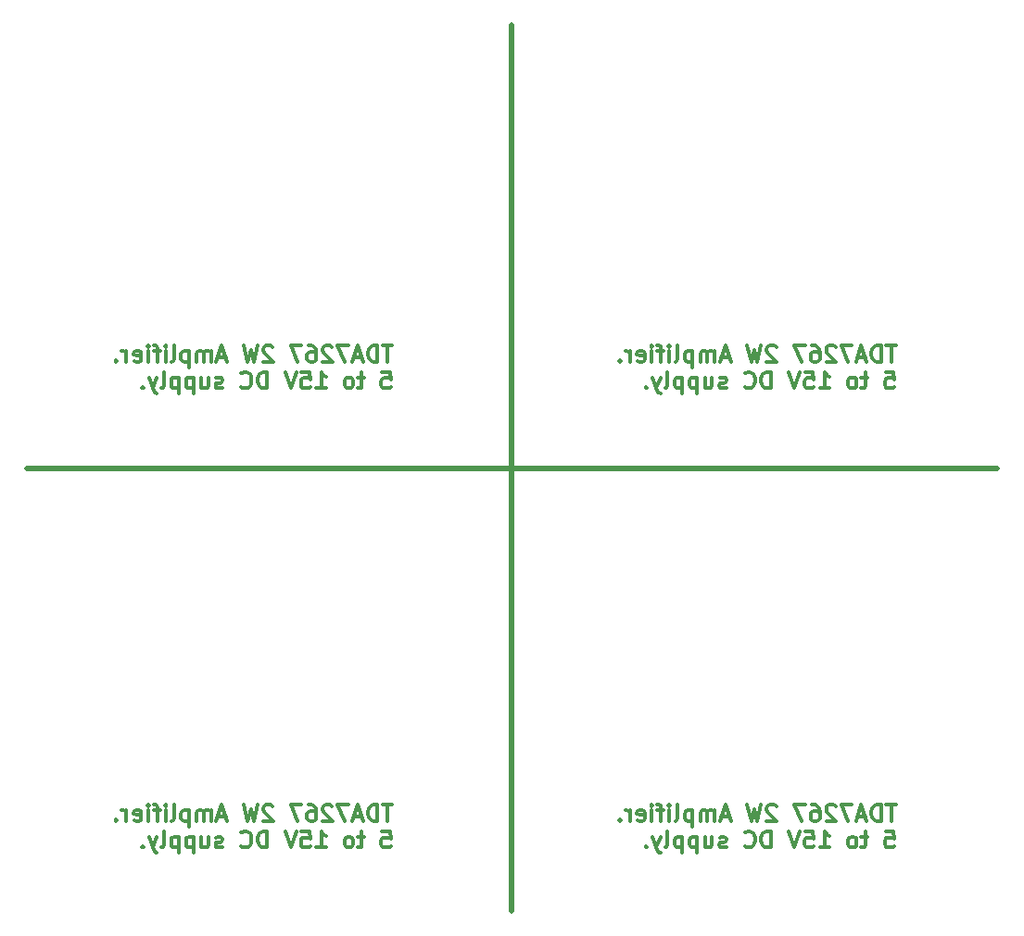
<source format=gbr>
%TF.GenerationSoftware,KiCad,Pcbnew,9.0.4*%
%TF.CreationDate,2025-08-29T10:03:57+02:00*%
%TF.ProjectId,TDA7267_2x2_panel,54444137-3236-4375-9f32-78325f70616e,rev?*%
%TF.SameCoordinates,Original*%
%TF.FileFunction,Legend,Bot*%
%TF.FilePolarity,Positive*%
%FSLAX46Y46*%
G04 Gerber Fmt 4.6, Leading zero omitted, Abs format (unit mm)*
G04 Created by KiCad (PCBNEW 9.0.4) date 2025-08-29 10:03:57*
%MOMM*%
%LPD*%
G01*
G04 APERTURE LIST*
%ADD10C,0.500000*%
%ADD11C,0.300000*%
G04 APERTURE END LIST*
D10*
X72200000Y-69500000D02*
X160800000Y-69500000D01*
X116500000Y-29000000D02*
X116500000Y-110000000D01*
D11*
X151559774Y-100285912D02*
X150702632Y-100285912D01*
X151131203Y-101785912D02*
X151131203Y-100285912D01*
X150202632Y-101785912D02*
X150202632Y-100285912D01*
X150202632Y-100285912D02*
X149845489Y-100285912D01*
X149845489Y-100285912D02*
X149631203Y-100357341D01*
X149631203Y-100357341D02*
X149488346Y-100500198D01*
X149488346Y-100500198D02*
X149416917Y-100643055D01*
X149416917Y-100643055D02*
X149345489Y-100928769D01*
X149345489Y-100928769D02*
X149345489Y-101143055D01*
X149345489Y-101143055D02*
X149416917Y-101428769D01*
X149416917Y-101428769D02*
X149488346Y-101571626D01*
X149488346Y-101571626D02*
X149631203Y-101714484D01*
X149631203Y-101714484D02*
X149845489Y-101785912D01*
X149845489Y-101785912D02*
X150202632Y-101785912D01*
X148774060Y-101357341D02*
X148059775Y-101357341D01*
X148916917Y-101785912D02*
X148416917Y-100285912D01*
X148416917Y-100285912D02*
X147916917Y-101785912D01*
X147559775Y-100285912D02*
X146559775Y-100285912D01*
X146559775Y-100285912D02*
X147202632Y-101785912D01*
X146059775Y-100428769D02*
X145988347Y-100357341D01*
X145988347Y-100357341D02*
X145845490Y-100285912D01*
X145845490Y-100285912D02*
X145488347Y-100285912D01*
X145488347Y-100285912D02*
X145345490Y-100357341D01*
X145345490Y-100357341D02*
X145274061Y-100428769D01*
X145274061Y-100428769D02*
X145202632Y-100571626D01*
X145202632Y-100571626D02*
X145202632Y-100714484D01*
X145202632Y-100714484D02*
X145274061Y-100928769D01*
X145274061Y-100928769D02*
X146131204Y-101785912D01*
X146131204Y-101785912D02*
X145202632Y-101785912D01*
X143916919Y-100285912D02*
X144202633Y-100285912D01*
X144202633Y-100285912D02*
X144345490Y-100357341D01*
X144345490Y-100357341D02*
X144416919Y-100428769D01*
X144416919Y-100428769D02*
X144559776Y-100643055D01*
X144559776Y-100643055D02*
X144631204Y-100928769D01*
X144631204Y-100928769D02*
X144631204Y-101500198D01*
X144631204Y-101500198D02*
X144559776Y-101643055D01*
X144559776Y-101643055D02*
X144488347Y-101714484D01*
X144488347Y-101714484D02*
X144345490Y-101785912D01*
X144345490Y-101785912D02*
X144059776Y-101785912D01*
X144059776Y-101785912D02*
X143916919Y-101714484D01*
X143916919Y-101714484D02*
X143845490Y-101643055D01*
X143845490Y-101643055D02*
X143774061Y-101500198D01*
X143774061Y-101500198D02*
X143774061Y-101143055D01*
X143774061Y-101143055D02*
X143845490Y-101000198D01*
X143845490Y-101000198D02*
X143916919Y-100928769D01*
X143916919Y-100928769D02*
X144059776Y-100857341D01*
X144059776Y-100857341D02*
X144345490Y-100857341D01*
X144345490Y-100857341D02*
X144488347Y-100928769D01*
X144488347Y-100928769D02*
X144559776Y-101000198D01*
X144559776Y-101000198D02*
X144631204Y-101143055D01*
X143274062Y-100285912D02*
X142274062Y-100285912D01*
X142274062Y-100285912D02*
X142916919Y-101785912D01*
X140631205Y-100428769D02*
X140559777Y-100357341D01*
X140559777Y-100357341D02*
X140416920Y-100285912D01*
X140416920Y-100285912D02*
X140059777Y-100285912D01*
X140059777Y-100285912D02*
X139916920Y-100357341D01*
X139916920Y-100357341D02*
X139845491Y-100428769D01*
X139845491Y-100428769D02*
X139774062Y-100571626D01*
X139774062Y-100571626D02*
X139774062Y-100714484D01*
X139774062Y-100714484D02*
X139845491Y-100928769D01*
X139845491Y-100928769D02*
X140702634Y-101785912D01*
X140702634Y-101785912D02*
X139774062Y-101785912D01*
X139274063Y-100285912D02*
X138916920Y-101785912D01*
X138916920Y-101785912D02*
X138631206Y-100714484D01*
X138631206Y-100714484D02*
X138345491Y-101785912D01*
X138345491Y-101785912D02*
X137988349Y-100285912D01*
X136345491Y-101357341D02*
X135631206Y-101357341D01*
X136488348Y-101785912D02*
X135988348Y-100285912D01*
X135988348Y-100285912D02*
X135488348Y-101785912D01*
X134988349Y-101785912D02*
X134988349Y-100785912D01*
X134988349Y-100928769D02*
X134916920Y-100857341D01*
X134916920Y-100857341D02*
X134774063Y-100785912D01*
X134774063Y-100785912D02*
X134559777Y-100785912D01*
X134559777Y-100785912D02*
X134416920Y-100857341D01*
X134416920Y-100857341D02*
X134345492Y-101000198D01*
X134345492Y-101000198D02*
X134345492Y-101785912D01*
X134345492Y-101000198D02*
X134274063Y-100857341D01*
X134274063Y-100857341D02*
X134131206Y-100785912D01*
X134131206Y-100785912D02*
X133916920Y-100785912D01*
X133916920Y-100785912D02*
X133774063Y-100857341D01*
X133774063Y-100857341D02*
X133702634Y-101000198D01*
X133702634Y-101000198D02*
X133702634Y-101785912D01*
X132988349Y-100785912D02*
X132988349Y-102285912D01*
X132988349Y-100857341D02*
X132845492Y-100785912D01*
X132845492Y-100785912D02*
X132559777Y-100785912D01*
X132559777Y-100785912D02*
X132416920Y-100857341D01*
X132416920Y-100857341D02*
X132345492Y-100928769D01*
X132345492Y-100928769D02*
X132274063Y-101071626D01*
X132274063Y-101071626D02*
X132274063Y-101500198D01*
X132274063Y-101500198D02*
X132345492Y-101643055D01*
X132345492Y-101643055D02*
X132416920Y-101714484D01*
X132416920Y-101714484D02*
X132559777Y-101785912D01*
X132559777Y-101785912D02*
X132845492Y-101785912D01*
X132845492Y-101785912D02*
X132988349Y-101714484D01*
X131416920Y-101785912D02*
X131559777Y-101714484D01*
X131559777Y-101714484D02*
X131631206Y-101571626D01*
X131631206Y-101571626D02*
X131631206Y-100285912D01*
X130845492Y-101785912D02*
X130845492Y-100785912D01*
X130845492Y-100285912D02*
X130916920Y-100357341D01*
X130916920Y-100357341D02*
X130845492Y-100428769D01*
X130845492Y-100428769D02*
X130774063Y-100357341D01*
X130774063Y-100357341D02*
X130845492Y-100285912D01*
X130845492Y-100285912D02*
X130845492Y-100428769D01*
X130345491Y-100785912D02*
X129774063Y-100785912D01*
X130131206Y-101785912D02*
X130131206Y-100500198D01*
X130131206Y-100500198D02*
X130059777Y-100357341D01*
X130059777Y-100357341D02*
X129916920Y-100285912D01*
X129916920Y-100285912D02*
X129774063Y-100285912D01*
X129274063Y-101785912D02*
X129274063Y-100785912D01*
X129274063Y-100285912D02*
X129345491Y-100357341D01*
X129345491Y-100357341D02*
X129274063Y-100428769D01*
X129274063Y-100428769D02*
X129202634Y-100357341D01*
X129202634Y-100357341D02*
X129274063Y-100285912D01*
X129274063Y-100285912D02*
X129274063Y-100428769D01*
X127988348Y-101714484D02*
X128131205Y-101785912D01*
X128131205Y-101785912D02*
X128416920Y-101785912D01*
X128416920Y-101785912D02*
X128559777Y-101714484D01*
X128559777Y-101714484D02*
X128631205Y-101571626D01*
X128631205Y-101571626D02*
X128631205Y-101000198D01*
X128631205Y-101000198D02*
X128559777Y-100857341D01*
X128559777Y-100857341D02*
X128416920Y-100785912D01*
X128416920Y-100785912D02*
X128131205Y-100785912D01*
X128131205Y-100785912D02*
X127988348Y-100857341D01*
X127988348Y-100857341D02*
X127916920Y-101000198D01*
X127916920Y-101000198D02*
X127916920Y-101143055D01*
X127916920Y-101143055D02*
X128631205Y-101285912D01*
X127274063Y-101785912D02*
X127274063Y-100785912D01*
X127274063Y-101071626D02*
X127202634Y-100928769D01*
X127202634Y-100928769D02*
X127131206Y-100857341D01*
X127131206Y-100857341D02*
X126988348Y-100785912D01*
X126988348Y-100785912D02*
X126845491Y-100785912D01*
X126345492Y-101643055D02*
X126274063Y-101714484D01*
X126274063Y-101714484D02*
X126345492Y-101785912D01*
X126345492Y-101785912D02*
X126416920Y-101714484D01*
X126416920Y-101714484D02*
X126345492Y-101643055D01*
X126345492Y-101643055D02*
X126345492Y-101785912D01*
X150631203Y-102700828D02*
X151345489Y-102700828D01*
X151345489Y-102700828D02*
X151416917Y-103415114D01*
X151416917Y-103415114D02*
X151345489Y-103343685D01*
X151345489Y-103343685D02*
X151202632Y-103272257D01*
X151202632Y-103272257D02*
X150845489Y-103272257D01*
X150845489Y-103272257D02*
X150702632Y-103343685D01*
X150702632Y-103343685D02*
X150631203Y-103415114D01*
X150631203Y-103415114D02*
X150559774Y-103557971D01*
X150559774Y-103557971D02*
X150559774Y-103915114D01*
X150559774Y-103915114D02*
X150631203Y-104057971D01*
X150631203Y-104057971D02*
X150702632Y-104129400D01*
X150702632Y-104129400D02*
X150845489Y-104200828D01*
X150845489Y-104200828D02*
X151202632Y-104200828D01*
X151202632Y-104200828D02*
X151345489Y-104129400D01*
X151345489Y-104129400D02*
X151416917Y-104057971D01*
X148988346Y-103200828D02*
X148416918Y-103200828D01*
X148774061Y-102700828D02*
X148774061Y-103986542D01*
X148774061Y-103986542D02*
X148702632Y-104129400D01*
X148702632Y-104129400D02*
X148559775Y-104200828D01*
X148559775Y-104200828D02*
X148416918Y-104200828D01*
X147702632Y-104200828D02*
X147845489Y-104129400D01*
X147845489Y-104129400D02*
X147916918Y-104057971D01*
X147916918Y-104057971D02*
X147988346Y-103915114D01*
X147988346Y-103915114D02*
X147988346Y-103486542D01*
X147988346Y-103486542D02*
X147916918Y-103343685D01*
X147916918Y-103343685D02*
X147845489Y-103272257D01*
X147845489Y-103272257D02*
X147702632Y-103200828D01*
X147702632Y-103200828D02*
X147488346Y-103200828D01*
X147488346Y-103200828D02*
X147345489Y-103272257D01*
X147345489Y-103272257D02*
X147274061Y-103343685D01*
X147274061Y-103343685D02*
X147202632Y-103486542D01*
X147202632Y-103486542D02*
X147202632Y-103915114D01*
X147202632Y-103915114D02*
X147274061Y-104057971D01*
X147274061Y-104057971D02*
X147345489Y-104129400D01*
X147345489Y-104129400D02*
X147488346Y-104200828D01*
X147488346Y-104200828D02*
X147702632Y-104200828D01*
X144631203Y-104200828D02*
X145488346Y-104200828D01*
X145059775Y-104200828D02*
X145059775Y-102700828D01*
X145059775Y-102700828D02*
X145202632Y-102915114D01*
X145202632Y-102915114D02*
X145345489Y-103057971D01*
X145345489Y-103057971D02*
X145488346Y-103129400D01*
X143274061Y-102700828D02*
X143988347Y-102700828D01*
X143988347Y-102700828D02*
X144059775Y-103415114D01*
X144059775Y-103415114D02*
X143988347Y-103343685D01*
X143988347Y-103343685D02*
X143845490Y-103272257D01*
X143845490Y-103272257D02*
X143488347Y-103272257D01*
X143488347Y-103272257D02*
X143345490Y-103343685D01*
X143345490Y-103343685D02*
X143274061Y-103415114D01*
X143274061Y-103415114D02*
X143202632Y-103557971D01*
X143202632Y-103557971D02*
X143202632Y-103915114D01*
X143202632Y-103915114D02*
X143274061Y-104057971D01*
X143274061Y-104057971D02*
X143345490Y-104129400D01*
X143345490Y-104129400D02*
X143488347Y-104200828D01*
X143488347Y-104200828D02*
X143845490Y-104200828D01*
X143845490Y-104200828D02*
X143988347Y-104129400D01*
X143988347Y-104129400D02*
X144059775Y-104057971D01*
X142774061Y-102700828D02*
X142274061Y-104200828D01*
X142274061Y-104200828D02*
X141774061Y-102700828D01*
X140131205Y-104200828D02*
X140131205Y-102700828D01*
X140131205Y-102700828D02*
X139774062Y-102700828D01*
X139774062Y-102700828D02*
X139559776Y-102772257D01*
X139559776Y-102772257D02*
X139416919Y-102915114D01*
X139416919Y-102915114D02*
X139345490Y-103057971D01*
X139345490Y-103057971D02*
X139274062Y-103343685D01*
X139274062Y-103343685D02*
X139274062Y-103557971D01*
X139274062Y-103557971D02*
X139345490Y-103843685D01*
X139345490Y-103843685D02*
X139416919Y-103986542D01*
X139416919Y-103986542D02*
X139559776Y-104129400D01*
X139559776Y-104129400D02*
X139774062Y-104200828D01*
X139774062Y-104200828D02*
X140131205Y-104200828D01*
X137774062Y-104057971D02*
X137845490Y-104129400D01*
X137845490Y-104129400D02*
X138059776Y-104200828D01*
X138059776Y-104200828D02*
X138202633Y-104200828D01*
X138202633Y-104200828D02*
X138416919Y-104129400D01*
X138416919Y-104129400D02*
X138559776Y-103986542D01*
X138559776Y-103986542D02*
X138631205Y-103843685D01*
X138631205Y-103843685D02*
X138702633Y-103557971D01*
X138702633Y-103557971D02*
X138702633Y-103343685D01*
X138702633Y-103343685D02*
X138631205Y-103057971D01*
X138631205Y-103057971D02*
X138559776Y-102915114D01*
X138559776Y-102915114D02*
X138416919Y-102772257D01*
X138416919Y-102772257D02*
X138202633Y-102700828D01*
X138202633Y-102700828D02*
X138059776Y-102700828D01*
X138059776Y-102700828D02*
X137845490Y-102772257D01*
X137845490Y-102772257D02*
X137774062Y-102843685D01*
X136059776Y-104129400D02*
X135916919Y-104200828D01*
X135916919Y-104200828D02*
X135631205Y-104200828D01*
X135631205Y-104200828D02*
X135488348Y-104129400D01*
X135488348Y-104129400D02*
X135416919Y-103986542D01*
X135416919Y-103986542D02*
X135416919Y-103915114D01*
X135416919Y-103915114D02*
X135488348Y-103772257D01*
X135488348Y-103772257D02*
X135631205Y-103700828D01*
X135631205Y-103700828D02*
X135845491Y-103700828D01*
X135845491Y-103700828D02*
X135988348Y-103629400D01*
X135988348Y-103629400D02*
X136059776Y-103486542D01*
X136059776Y-103486542D02*
X136059776Y-103415114D01*
X136059776Y-103415114D02*
X135988348Y-103272257D01*
X135988348Y-103272257D02*
X135845491Y-103200828D01*
X135845491Y-103200828D02*
X135631205Y-103200828D01*
X135631205Y-103200828D02*
X135488348Y-103272257D01*
X134131205Y-103200828D02*
X134131205Y-104200828D01*
X134774062Y-103200828D02*
X134774062Y-103986542D01*
X134774062Y-103986542D02*
X134702633Y-104129400D01*
X134702633Y-104129400D02*
X134559776Y-104200828D01*
X134559776Y-104200828D02*
X134345490Y-104200828D01*
X134345490Y-104200828D02*
X134202633Y-104129400D01*
X134202633Y-104129400D02*
X134131205Y-104057971D01*
X133416919Y-103200828D02*
X133416919Y-104700828D01*
X133416919Y-103272257D02*
X133274062Y-103200828D01*
X133274062Y-103200828D02*
X132988347Y-103200828D01*
X132988347Y-103200828D02*
X132845490Y-103272257D01*
X132845490Y-103272257D02*
X132774062Y-103343685D01*
X132774062Y-103343685D02*
X132702633Y-103486542D01*
X132702633Y-103486542D02*
X132702633Y-103915114D01*
X132702633Y-103915114D02*
X132774062Y-104057971D01*
X132774062Y-104057971D02*
X132845490Y-104129400D01*
X132845490Y-104129400D02*
X132988347Y-104200828D01*
X132988347Y-104200828D02*
X133274062Y-104200828D01*
X133274062Y-104200828D02*
X133416919Y-104129400D01*
X132059776Y-103200828D02*
X132059776Y-104700828D01*
X132059776Y-103272257D02*
X131916919Y-103200828D01*
X131916919Y-103200828D02*
X131631204Y-103200828D01*
X131631204Y-103200828D02*
X131488347Y-103272257D01*
X131488347Y-103272257D02*
X131416919Y-103343685D01*
X131416919Y-103343685D02*
X131345490Y-103486542D01*
X131345490Y-103486542D02*
X131345490Y-103915114D01*
X131345490Y-103915114D02*
X131416919Y-104057971D01*
X131416919Y-104057971D02*
X131488347Y-104129400D01*
X131488347Y-104129400D02*
X131631204Y-104200828D01*
X131631204Y-104200828D02*
X131916919Y-104200828D01*
X131916919Y-104200828D02*
X132059776Y-104129400D01*
X130488347Y-104200828D02*
X130631204Y-104129400D01*
X130631204Y-104129400D02*
X130702633Y-103986542D01*
X130702633Y-103986542D02*
X130702633Y-102700828D01*
X130059776Y-103200828D02*
X129702633Y-104200828D01*
X129345490Y-103200828D02*
X129702633Y-104200828D01*
X129702633Y-104200828D02*
X129845490Y-104557971D01*
X129845490Y-104557971D02*
X129916919Y-104629400D01*
X129916919Y-104629400D02*
X130059776Y-104700828D01*
X128774062Y-104057971D02*
X128702633Y-104129400D01*
X128702633Y-104129400D02*
X128774062Y-104200828D01*
X128774062Y-104200828D02*
X128845490Y-104129400D01*
X128845490Y-104129400D02*
X128774062Y-104057971D01*
X128774062Y-104057971D02*
X128774062Y-104200828D01*
X105559774Y-100285912D02*
X104702632Y-100285912D01*
X105131203Y-101785912D02*
X105131203Y-100285912D01*
X104202632Y-101785912D02*
X104202632Y-100285912D01*
X104202632Y-100285912D02*
X103845489Y-100285912D01*
X103845489Y-100285912D02*
X103631203Y-100357341D01*
X103631203Y-100357341D02*
X103488346Y-100500198D01*
X103488346Y-100500198D02*
X103416917Y-100643055D01*
X103416917Y-100643055D02*
X103345489Y-100928769D01*
X103345489Y-100928769D02*
X103345489Y-101143055D01*
X103345489Y-101143055D02*
X103416917Y-101428769D01*
X103416917Y-101428769D02*
X103488346Y-101571626D01*
X103488346Y-101571626D02*
X103631203Y-101714484D01*
X103631203Y-101714484D02*
X103845489Y-101785912D01*
X103845489Y-101785912D02*
X104202632Y-101785912D01*
X102774060Y-101357341D02*
X102059775Y-101357341D01*
X102916917Y-101785912D02*
X102416917Y-100285912D01*
X102416917Y-100285912D02*
X101916917Y-101785912D01*
X101559775Y-100285912D02*
X100559775Y-100285912D01*
X100559775Y-100285912D02*
X101202632Y-101785912D01*
X100059775Y-100428769D02*
X99988347Y-100357341D01*
X99988347Y-100357341D02*
X99845490Y-100285912D01*
X99845490Y-100285912D02*
X99488347Y-100285912D01*
X99488347Y-100285912D02*
X99345490Y-100357341D01*
X99345490Y-100357341D02*
X99274061Y-100428769D01*
X99274061Y-100428769D02*
X99202632Y-100571626D01*
X99202632Y-100571626D02*
X99202632Y-100714484D01*
X99202632Y-100714484D02*
X99274061Y-100928769D01*
X99274061Y-100928769D02*
X100131204Y-101785912D01*
X100131204Y-101785912D02*
X99202632Y-101785912D01*
X97916919Y-100285912D02*
X98202633Y-100285912D01*
X98202633Y-100285912D02*
X98345490Y-100357341D01*
X98345490Y-100357341D02*
X98416919Y-100428769D01*
X98416919Y-100428769D02*
X98559776Y-100643055D01*
X98559776Y-100643055D02*
X98631204Y-100928769D01*
X98631204Y-100928769D02*
X98631204Y-101500198D01*
X98631204Y-101500198D02*
X98559776Y-101643055D01*
X98559776Y-101643055D02*
X98488347Y-101714484D01*
X98488347Y-101714484D02*
X98345490Y-101785912D01*
X98345490Y-101785912D02*
X98059776Y-101785912D01*
X98059776Y-101785912D02*
X97916919Y-101714484D01*
X97916919Y-101714484D02*
X97845490Y-101643055D01*
X97845490Y-101643055D02*
X97774061Y-101500198D01*
X97774061Y-101500198D02*
X97774061Y-101143055D01*
X97774061Y-101143055D02*
X97845490Y-101000198D01*
X97845490Y-101000198D02*
X97916919Y-100928769D01*
X97916919Y-100928769D02*
X98059776Y-100857341D01*
X98059776Y-100857341D02*
X98345490Y-100857341D01*
X98345490Y-100857341D02*
X98488347Y-100928769D01*
X98488347Y-100928769D02*
X98559776Y-101000198D01*
X98559776Y-101000198D02*
X98631204Y-101143055D01*
X97274062Y-100285912D02*
X96274062Y-100285912D01*
X96274062Y-100285912D02*
X96916919Y-101785912D01*
X94631205Y-100428769D02*
X94559777Y-100357341D01*
X94559777Y-100357341D02*
X94416920Y-100285912D01*
X94416920Y-100285912D02*
X94059777Y-100285912D01*
X94059777Y-100285912D02*
X93916920Y-100357341D01*
X93916920Y-100357341D02*
X93845491Y-100428769D01*
X93845491Y-100428769D02*
X93774062Y-100571626D01*
X93774062Y-100571626D02*
X93774062Y-100714484D01*
X93774062Y-100714484D02*
X93845491Y-100928769D01*
X93845491Y-100928769D02*
X94702634Y-101785912D01*
X94702634Y-101785912D02*
X93774062Y-101785912D01*
X93274063Y-100285912D02*
X92916920Y-101785912D01*
X92916920Y-101785912D02*
X92631206Y-100714484D01*
X92631206Y-100714484D02*
X92345491Y-101785912D01*
X92345491Y-101785912D02*
X91988349Y-100285912D01*
X90345491Y-101357341D02*
X89631206Y-101357341D01*
X90488348Y-101785912D02*
X89988348Y-100285912D01*
X89988348Y-100285912D02*
X89488348Y-101785912D01*
X88988349Y-101785912D02*
X88988349Y-100785912D01*
X88988349Y-100928769D02*
X88916920Y-100857341D01*
X88916920Y-100857341D02*
X88774063Y-100785912D01*
X88774063Y-100785912D02*
X88559777Y-100785912D01*
X88559777Y-100785912D02*
X88416920Y-100857341D01*
X88416920Y-100857341D02*
X88345492Y-101000198D01*
X88345492Y-101000198D02*
X88345492Y-101785912D01*
X88345492Y-101000198D02*
X88274063Y-100857341D01*
X88274063Y-100857341D02*
X88131206Y-100785912D01*
X88131206Y-100785912D02*
X87916920Y-100785912D01*
X87916920Y-100785912D02*
X87774063Y-100857341D01*
X87774063Y-100857341D02*
X87702634Y-101000198D01*
X87702634Y-101000198D02*
X87702634Y-101785912D01*
X86988349Y-100785912D02*
X86988349Y-102285912D01*
X86988349Y-100857341D02*
X86845492Y-100785912D01*
X86845492Y-100785912D02*
X86559777Y-100785912D01*
X86559777Y-100785912D02*
X86416920Y-100857341D01*
X86416920Y-100857341D02*
X86345492Y-100928769D01*
X86345492Y-100928769D02*
X86274063Y-101071626D01*
X86274063Y-101071626D02*
X86274063Y-101500198D01*
X86274063Y-101500198D02*
X86345492Y-101643055D01*
X86345492Y-101643055D02*
X86416920Y-101714484D01*
X86416920Y-101714484D02*
X86559777Y-101785912D01*
X86559777Y-101785912D02*
X86845492Y-101785912D01*
X86845492Y-101785912D02*
X86988349Y-101714484D01*
X85416920Y-101785912D02*
X85559777Y-101714484D01*
X85559777Y-101714484D02*
X85631206Y-101571626D01*
X85631206Y-101571626D02*
X85631206Y-100285912D01*
X84845492Y-101785912D02*
X84845492Y-100785912D01*
X84845492Y-100285912D02*
X84916920Y-100357341D01*
X84916920Y-100357341D02*
X84845492Y-100428769D01*
X84845492Y-100428769D02*
X84774063Y-100357341D01*
X84774063Y-100357341D02*
X84845492Y-100285912D01*
X84845492Y-100285912D02*
X84845492Y-100428769D01*
X84345491Y-100785912D02*
X83774063Y-100785912D01*
X84131206Y-101785912D02*
X84131206Y-100500198D01*
X84131206Y-100500198D02*
X84059777Y-100357341D01*
X84059777Y-100357341D02*
X83916920Y-100285912D01*
X83916920Y-100285912D02*
X83774063Y-100285912D01*
X83274063Y-101785912D02*
X83274063Y-100785912D01*
X83274063Y-100285912D02*
X83345491Y-100357341D01*
X83345491Y-100357341D02*
X83274063Y-100428769D01*
X83274063Y-100428769D02*
X83202634Y-100357341D01*
X83202634Y-100357341D02*
X83274063Y-100285912D01*
X83274063Y-100285912D02*
X83274063Y-100428769D01*
X81988348Y-101714484D02*
X82131205Y-101785912D01*
X82131205Y-101785912D02*
X82416920Y-101785912D01*
X82416920Y-101785912D02*
X82559777Y-101714484D01*
X82559777Y-101714484D02*
X82631205Y-101571626D01*
X82631205Y-101571626D02*
X82631205Y-101000198D01*
X82631205Y-101000198D02*
X82559777Y-100857341D01*
X82559777Y-100857341D02*
X82416920Y-100785912D01*
X82416920Y-100785912D02*
X82131205Y-100785912D01*
X82131205Y-100785912D02*
X81988348Y-100857341D01*
X81988348Y-100857341D02*
X81916920Y-101000198D01*
X81916920Y-101000198D02*
X81916920Y-101143055D01*
X81916920Y-101143055D02*
X82631205Y-101285912D01*
X81274063Y-101785912D02*
X81274063Y-100785912D01*
X81274063Y-101071626D02*
X81202634Y-100928769D01*
X81202634Y-100928769D02*
X81131206Y-100857341D01*
X81131206Y-100857341D02*
X80988348Y-100785912D01*
X80988348Y-100785912D02*
X80845491Y-100785912D01*
X80345492Y-101643055D02*
X80274063Y-101714484D01*
X80274063Y-101714484D02*
X80345492Y-101785912D01*
X80345492Y-101785912D02*
X80416920Y-101714484D01*
X80416920Y-101714484D02*
X80345492Y-101643055D01*
X80345492Y-101643055D02*
X80345492Y-101785912D01*
X104631203Y-102700828D02*
X105345489Y-102700828D01*
X105345489Y-102700828D02*
X105416917Y-103415114D01*
X105416917Y-103415114D02*
X105345489Y-103343685D01*
X105345489Y-103343685D02*
X105202632Y-103272257D01*
X105202632Y-103272257D02*
X104845489Y-103272257D01*
X104845489Y-103272257D02*
X104702632Y-103343685D01*
X104702632Y-103343685D02*
X104631203Y-103415114D01*
X104631203Y-103415114D02*
X104559774Y-103557971D01*
X104559774Y-103557971D02*
X104559774Y-103915114D01*
X104559774Y-103915114D02*
X104631203Y-104057971D01*
X104631203Y-104057971D02*
X104702632Y-104129400D01*
X104702632Y-104129400D02*
X104845489Y-104200828D01*
X104845489Y-104200828D02*
X105202632Y-104200828D01*
X105202632Y-104200828D02*
X105345489Y-104129400D01*
X105345489Y-104129400D02*
X105416917Y-104057971D01*
X102988346Y-103200828D02*
X102416918Y-103200828D01*
X102774061Y-102700828D02*
X102774061Y-103986542D01*
X102774061Y-103986542D02*
X102702632Y-104129400D01*
X102702632Y-104129400D02*
X102559775Y-104200828D01*
X102559775Y-104200828D02*
X102416918Y-104200828D01*
X101702632Y-104200828D02*
X101845489Y-104129400D01*
X101845489Y-104129400D02*
X101916918Y-104057971D01*
X101916918Y-104057971D02*
X101988346Y-103915114D01*
X101988346Y-103915114D02*
X101988346Y-103486542D01*
X101988346Y-103486542D02*
X101916918Y-103343685D01*
X101916918Y-103343685D02*
X101845489Y-103272257D01*
X101845489Y-103272257D02*
X101702632Y-103200828D01*
X101702632Y-103200828D02*
X101488346Y-103200828D01*
X101488346Y-103200828D02*
X101345489Y-103272257D01*
X101345489Y-103272257D02*
X101274061Y-103343685D01*
X101274061Y-103343685D02*
X101202632Y-103486542D01*
X101202632Y-103486542D02*
X101202632Y-103915114D01*
X101202632Y-103915114D02*
X101274061Y-104057971D01*
X101274061Y-104057971D02*
X101345489Y-104129400D01*
X101345489Y-104129400D02*
X101488346Y-104200828D01*
X101488346Y-104200828D02*
X101702632Y-104200828D01*
X98631203Y-104200828D02*
X99488346Y-104200828D01*
X99059775Y-104200828D02*
X99059775Y-102700828D01*
X99059775Y-102700828D02*
X99202632Y-102915114D01*
X99202632Y-102915114D02*
X99345489Y-103057971D01*
X99345489Y-103057971D02*
X99488346Y-103129400D01*
X97274061Y-102700828D02*
X97988347Y-102700828D01*
X97988347Y-102700828D02*
X98059775Y-103415114D01*
X98059775Y-103415114D02*
X97988347Y-103343685D01*
X97988347Y-103343685D02*
X97845490Y-103272257D01*
X97845490Y-103272257D02*
X97488347Y-103272257D01*
X97488347Y-103272257D02*
X97345490Y-103343685D01*
X97345490Y-103343685D02*
X97274061Y-103415114D01*
X97274061Y-103415114D02*
X97202632Y-103557971D01*
X97202632Y-103557971D02*
X97202632Y-103915114D01*
X97202632Y-103915114D02*
X97274061Y-104057971D01*
X97274061Y-104057971D02*
X97345490Y-104129400D01*
X97345490Y-104129400D02*
X97488347Y-104200828D01*
X97488347Y-104200828D02*
X97845490Y-104200828D01*
X97845490Y-104200828D02*
X97988347Y-104129400D01*
X97988347Y-104129400D02*
X98059775Y-104057971D01*
X96774061Y-102700828D02*
X96274061Y-104200828D01*
X96274061Y-104200828D02*
X95774061Y-102700828D01*
X94131205Y-104200828D02*
X94131205Y-102700828D01*
X94131205Y-102700828D02*
X93774062Y-102700828D01*
X93774062Y-102700828D02*
X93559776Y-102772257D01*
X93559776Y-102772257D02*
X93416919Y-102915114D01*
X93416919Y-102915114D02*
X93345490Y-103057971D01*
X93345490Y-103057971D02*
X93274062Y-103343685D01*
X93274062Y-103343685D02*
X93274062Y-103557971D01*
X93274062Y-103557971D02*
X93345490Y-103843685D01*
X93345490Y-103843685D02*
X93416919Y-103986542D01*
X93416919Y-103986542D02*
X93559776Y-104129400D01*
X93559776Y-104129400D02*
X93774062Y-104200828D01*
X93774062Y-104200828D02*
X94131205Y-104200828D01*
X91774062Y-104057971D02*
X91845490Y-104129400D01*
X91845490Y-104129400D02*
X92059776Y-104200828D01*
X92059776Y-104200828D02*
X92202633Y-104200828D01*
X92202633Y-104200828D02*
X92416919Y-104129400D01*
X92416919Y-104129400D02*
X92559776Y-103986542D01*
X92559776Y-103986542D02*
X92631205Y-103843685D01*
X92631205Y-103843685D02*
X92702633Y-103557971D01*
X92702633Y-103557971D02*
X92702633Y-103343685D01*
X92702633Y-103343685D02*
X92631205Y-103057971D01*
X92631205Y-103057971D02*
X92559776Y-102915114D01*
X92559776Y-102915114D02*
X92416919Y-102772257D01*
X92416919Y-102772257D02*
X92202633Y-102700828D01*
X92202633Y-102700828D02*
X92059776Y-102700828D01*
X92059776Y-102700828D02*
X91845490Y-102772257D01*
X91845490Y-102772257D02*
X91774062Y-102843685D01*
X90059776Y-104129400D02*
X89916919Y-104200828D01*
X89916919Y-104200828D02*
X89631205Y-104200828D01*
X89631205Y-104200828D02*
X89488348Y-104129400D01*
X89488348Y-104129400D02*
X89416919Y-103986542D01*
X89416919Y-103986542D02*
X89416919Y-103915114D01*
X89416919Y-103915114D02*
X89488348Y-103772257D01*
X89488348Y-103772257D02*
X89631205Y-103700828D01*
X89631205Y-103700828D02*
X89845491Y-103700828D01*
X89845491Y-103700828D02*
X89988348Y-103629400D01*
X89988348Y-103629400D02*
X90059776Y-103486542D01*
X90059776Y-103486542D02*
X90059776Y-103415114D01*
X90059776Y-103415114D02*
X89988348Y-103272257D01*
X89988348Y-103272257D02*
X89845491Y-103200828D01*
X89845491Y-103200828D02*
X89631205Y-103200828D01*
X89631205Y-103200828D02*
X89488348Y-103272257D01*
X88131205Y-103200828D02*
X88131205Y-104200828D01*
X88774062Y-103200828D02*
X88774062Y-103986542D01*
X88774062Y-103986542D02*
X88702633Y-104129400D01*
X88702633Y-104129400D02*
X88559776Y-104200828D01*
X88559776Y-104200828D02*
X88345490Y-104200828D01*
X88345490Y-104200828D02*
X88202633Y-104129400D01*
X88202633Y-104129400D02*
X88131205Y-104057971D01*
X87416919Y-103200828D02*
X87416919Y-104700828D01*
X87416919Y-103272257D02*
X87274062Y-103200828D01*
X87274062Y-103200828D02*
X86988347Y-103200828D01*
X86988347Y-103200828D02*
X86845490Y-103272257D01*
X86845490Y-103272257D02*
X86774062Y-103343685D01*
X86774062Y-103343685D02*
X86702633Y-103486542D01*
X86702633Y-103486542D02*
X86702633Y-103915114D01*
X86702633Y-103915114D02*
X86774062Y-104057971D01*
X86774062Y-104057971D02*
X86845490Y-104129400D01*
X86845490Y-104129400D02*
X86988347Y-104200828D01*
X86988347Y-104200828D02*
X87274062Y-104200828D01*
X87274062Y-104200828D02*
X87416919Y-104129400D01*
X86059776Y-103200828D02*
X86059776Y-104700828D01*
X86059776Y-103272257D02*
X85916919Y-103200828D01*
X85916919Y-103200828D02*
X85631204Y-103200828D01*
X85631204Y-103200828D02*
X85488347Y-103272257D01*
X85488347Y-103272257D02*
X85416919Y-103343685D01*
X85416919Y-103343685D02*
X85345490Y-103486542D01*
X85345490Y-103486542D02*
X85345490Y-103915114D01*
X85345490Y-103915114D02*
X85416919Y-104057971D01*
X85416919Y-104057971D02*
X85488347Y-104129400D01*
X85488347Y-104129400D02*
X85631204Y-104200828D01*
X85631204Y-104200828D02*
X85916919Y-104200828D01*
X85916919Y-104200828D02*
X86059776Y-104129400D01*
X84488347Y-104200828D02*
X84631204Y-104129400D01*
X84631204Y-104129400D02*
X84702633Y-103986542D01*
X84702633Y-103986542D02*
X84702633Y-102700828D01*
X84059776Y-103200828D02*
X83702633Y-104200828D01*
X83345490Y-103200828D02*
X83702633Y-104200828D01*
X83702633Y-104200828D02*
X83845490Y-104557971D01*
X83845490Y-104557971D02*
X83916919Y-104629400D01*
X83916919Y-104629400D02*
X84059776Y-104700828D01*
X82774062Y-104057971D02*
X82702633Y-104129400D01*
X82702633Y-104129400D02*
X82774062Y-104200828D01*
X82774062Y-104200828D02*
X82845490Y-104129400D01*
X82845490Y-104129400D02*
X82774062Y-104057971D01*
X82774062Y-104057971D02*
X82774062Y-104200828D01*
X105559774Y-58285912D02*
X104702632Y-58285912D01*
X105131203Y-59785912D02*
X105131203Y-58285912D01*
X104202632Y-59785912D02*
X104202632Y-58285912D01*
X104202632Y-58285912D02*
X103845489Y-58285912D01*
X103845489Y-58285912D02*
X103631203Y-58357341D01*
X103631203Y-58357341D02*
X103488346Y-58500198D01*
X103488346Y-58500198D02*
X103416917Y-58643055D01*
X103416917Y-58643055D02*
X103345489Y-58928769D01*
X103345489Y-58928769D02*
X103345489Y-59143055D01*
X103345489Y-59143055D02*
X103416917Y-59428769D01*
X103416917Y-59428769D02*
X103488346Y-59571626D01*
X103488346Y-59571626D02*
X103631203Y-59714484D01*
X103631203Y-59714484D02*
X103845489Y-59785912D01*
X103845489Y-59785912D02*
X104202632Y-59785912D01*
X102774060Y-59357341D02*
X102059775Y-59357341D01*
X102916917Y-59785912D02*
X102416917Y-58285912D01*
X102416917Y-58285912D02*
X101916917Y-59785912D01*
X101559775Y-58285912D02*
X100559775Y-58285912D01*
X100559775Y-58285912D02*
X101202632Y-59785912D01*
X100059775Y-58428769D02*
X99988347Y-58357341D01*
X99988347Y-58357341D02*
X99845490Y-58285912D01*
X99845490Y-58285912D02*
X99488347Y-58285912D01*
X99488347Y-58285912D02*
X99345490Y-58357341D01*
X99345490Y-58357341D02*
X99274061Y-58428769D01*
X99274061Y-58428769D02*
X99202632Y-58571626D01*
X99202632Y-58571626D02*
X99202632Y-58714484D01*
X99202632Y-58714484D02*
X99274061Y-58928769D01*
X99274061Y-58928769D02*
X100131204Y-59785912D01*
X100131204Y-59785912D02*
X99202632Y-59785912D01*
X97916919Y-58285912D02*
X98202633Y-58285912D01*
X98202633Y-58285912D02*
X98345490Y-58357341D01*
X98345490Y-58357341D02*
X98416919Y-58428769D01*
X98416919Y-58428769D02*
X98559776Y-58643055D01*
X98559776Y-58643055D02*
X98631204Y-58928769D01*
X98631204Y-58928769D02*
X98631204Y-59500198D01*
X98631204Y-59500198D02*
X98559776Y-59643055D01*
X98559776Y-59643055D02*
X98488347Y-59714484D01*
X98488347Y-59714484D02*
X98345490Y-59785912D01*
X98345490Y-59785912D02*
X98059776Y-59785912D01*
X98059776Y-59785912D02*
X97916919Y-59714484D01*
X97916919Y-59714484D02*
X97845490Y-59643055D01*
X97845490Y-59643055D02*
X97774061Y-59500198D01*
X97774061Y-59500198D02*
X97774061Y-59143055D01*
X97774061Y-59143055D02*
X97845490Y-59000198D01*
X97845490Y-59000198D02*
X97916919Y-58928769D01*
X97916919Y-58928769D02*
X98059776Y-58857341D01*
X98059776Y-58857341D02*
X98345490Y-58857341D01*
X98345490Y-58857341D02*
X98488347Y-58928769D01*
X98488347Y-58928769D02*
X98559776Y-59000198D01*
X98559776Y-59000198D02*
X98631204Y-59143055D01*
X97274062Y-58285912D02*
X96274062Y-58285912D01*
X96274062Y-58285912D02*
X96916919Y-59785912D01*
X94631205Y-58428769D02*
X94559777Y-58357341D01*
X94559777Y-58357341D02*
X94416920Y-58285912D01*
X94416920Y-58285912D02*
X94059777Y-58285912D01*
X94059777Y-58285912D02*
X93916920Y-58357341D01*
X93916920Y-58357341D02*
X93845491Y-58428769D01*
X93845491Y-58428769D02*
X93774062Y-58571626D01*
X93774062Y-58571626D02*
X93774062Y-58714484D01*
X93774062Y-58714484D02*
X93845491Y-58928769D01*
X93845491Y-58928769D02*
X94702634Y-59785912D01*
X94702634Y-59785912D02*
X93774062Y-59785912D01*
X93274063Y-58285912D02*
X92916920Y-59785912D01*
X92916920Y-59785912D02*
X92631206Y-58714484D01*
X92631206Y-58714484D02*
X92345491Y-59785912D01*
X92345491Y-59785912D02*
X91988349Y-58285912D01*
X90345491Y-59357341D02*
X89631206Y-59357341D01*
X90488348Y-59785912D02*
X89988348Y-58285912D01*
X89988348Y-58285912D02*
X89488348Y-59785912D01*
X88988349Y-59785912D02*
X88988349Y-58785912D01*
X88988349Y-58928769D02*
X88916920Y-58857341D01*
X88916920Y-58857341D02*
X88774063Y-58785912D01*
X88774063Y-58785912D02*
X88559777Y-58785912D01*
X88559777Y-58785912D02*
X88416920Y-58857341D01*
X88416920Y-58857341D02*
X88345492Y-59000198D01*
X88345492Y-59000198D02*
X88345492Y-59785912D01*
X88345492Y-59000198D02*
X88274063Y-58857341D01*
X88274063Y-58857341D02*
X88131206Y-58785912D01*
X88131206Y-58785912D02*
X87916920Y-58785912D01*
X87916920Y-58785912D02*
X87774063Y-58857341D01*
X87774063Y-58857341D02*
X87702634Y-59000198D01*
X87702634Y-59000198D02*
X87702634Y-59785912D01*
X86988349Y-58785912D02*
X86988349Y-60285912D01*
X86988349Y-58857341D02*
X86845492Y-58785912D01*
X86845492Y-58785912D02*
X86559777Y-58785912D01*
X86559777Y-58785912D02*
X86416920Y-58857341D01*
X86416920Y-58857341D02*
X86345492Y-58928769D01*
X86345492Y-58928769D02*
X86274063Y-59071626D01*
X86274063Y-59071626D02*
X86274063Y-59500198D01*
X86274063Y-59500198D02*
X86345492Y-59643055D01*
X86345492Y-59643055D02*
X86416920Y-59714484D01*
X86416920Y-59714484D02*
X86559777Y-59785912D01*
X86559777Y-59785912D02*
X86845492Y-59785912D01*
X86845492Y-59785912D02*
X86988349Y-59714484D01*
X85416920Y-59785912D02*
X85559777Y-59714484D01*
X85559777Y-59714484D02*
X85631206Y-59571626D01*
X85631206Y-59571626D02*
X85631206Y-58285912D01*
X84845492Y-59785912D02*
X84845492Y-58785912D01*
X84845492Y-58285912D02*
X84916920Y-58357341D01*
X84916920Y-58357341D02*
X84845492Y-58428769D01*
X84845492Y-58428769D02*
X84774063Y-58357341D01*
X84774063Y-58357341D02*
X84845492Y-58285912D01*
X84845492Y-58285912D02*
X84845492Y-58428769D01*
X84345491Y-58785912D02*
X83774063Y-58785912D01*
X84131206Y-59785912D02*
X84131206Y-58500198D01*
X84131206Y-58500198D02*
X84059777Y-58357341D01*
X84059777Y-58357341D02*
X83916920Y-58285912D01*
X83916920Y-58285912D02*
X83774063Y-58285912D01*
X83274063Y-59785912D02*
X83274063Y-58785912D01*
X83274063Y-58285912D02*
X83345491Y-58357341D01*
X83345491Y-58357341D02*
X83274063Y-58428769D01*
X83274063Y-58428769D02*
X83202634Y-58357341D01*
X83202634Y-58357341D02*
X83274063Y-58285912D01*
X83274063Y-58285912D02*
X83274063Y-58428769D01*
X81988348Y-59714484D02*
X82131205Y-59785912D01*
X82131205Y-59785912D02*
X82416920Y-59785912D01*
X82416920Y-59785912D02*
X82559777Y-59714484D01*
X82559777Y-59714484D02*
X82631205Y-59571626D01*
X82631205Y-59571626D02*
X82631205Y-59000198D01*
X82631205Y-59000198D02*
X82559777Y-58857341D01*
X82559777Y-58857341D02*
X82416920Y-58785912D01*
X82416920Y-58785912D02*
X82131205Y-58785912D01*
X82131205Y-58785912D02*
X81988348Y-58857341D01*
X81988348Y-58857341D02*
X81916920Y-59000198D01*
X81916920Y-59000198D02*
X81916920Y-59143055D01*
X81916920Y-59143055D02*
X82631205Y-59285912D01*
X81274063Y-59785912D02*
X81274063Y-58785912D01*
X81274063Y-59071626D02*
X81202634Y-58928769D01*
X81202634Y-58928769D02*
X81131206Y-58857341D01*
X81131206Y-58857341D02*
X80988348Y-58785912D01*
X80988348Y-58785912D02*
X80845491Y-58785912D01*
X80345492Y-59643055D02*
X80274063Y-59714484D01*
X80274063Y-59714484D02*
X80345492Y-59785912D01*
X80345492Y-59785912D02*
X80416920Y-59714484D01*
X80416920Y-59714484D02*
X80345492Y-59643055D01*
X80345492Y-59643055D02*
X80345492Y-59785912D01*
X104631203Y-60700828D02*
X105345489Y-60700828D01*
X105345489Y-60700828D02*
X105416917Y-61415114D01*
X105416917Y-61415114D02*
X105345489Y-61343685D01*
X105345489Y-61343685D02*
X105202632Y-61272257D01*
X105202632Y-61272257D02*
X104845489Y-61272257D01*
X104845489Y-61272257D02*
X104702632Y-61343685D01*
X104702632Y-61343685D02*
X104631203Y-61415114D01*
X104631203Y-61415114D02*
X104559774Y-61557971D01*
X104559774Y-61557971D02*
X104559774Y-61915114D01*
X104559774Y-61915114D02*
X104631203Y-62057971D01*
X104631203Y-62057971D02*
X104702632Y-62129400D01*
X104702632Y-62129400D02*
X104845489Y-62200828D01*
X104845489Y-62200828D02*
X105202632Y-62200828D01*
X105202632Y-62200828D02*
X105345489Y-62129400D01*
X105345489Y-62129400D02*
X105416917Y-62057971D01*
X102988346Y-61200828D02*
X102416918Y-61200828D01*
X102774061Y-60700828D02*
X102774061Y-61986542D01*
X102774061Y-61986542D02*
X102702632Y-62129400D01*
X102702632Y-62129400D02*
X102559775Y-62200828D01*
X102559775Y-62200828D02*
X102416918Y-62200828D01*
X101702632Y-62200828D02*
X101845489Y-62129400D01*
X101845489Y-62129400D02*
X101916918Y-62057971D01*
X101916918Y-62057971D02*
X101988346Y-61915114D01*
X101988346Y-61915114D02*
X101988346Y-61486542D01*
X101988346Y-61486542D02*
X101916918Y-61343685D01*
X101916918Y-61343685D02*
X101845489Y-61272257D01*
X101845489Y-61272257D02*
X101702632Y-61200828D01*
X101702632Y-61200828D02*
X101488346Y-61200828D01*
X101488346Y-61200828D02*
X101345489Y-61272257D01*
X101345489Y-61272257D02*
X101274061Y-61343685D01*
X101274061Y-61343685D02*
X101202632Y-61486542D01*
X101202632Y-61486542D02*
X101202632Y-61915114D01*
X101202632Y-61915114D02*
X101274061Y-62057971D01*
X101274061Y-62057971D02*
X101345489Y-62129400D01*
X101345489Y-62129400D02*
X101488346Y-62200828D01*
X101488346Y-62200828D02*
X101702632Y-62200828D01*
X98631203Y-62200828D02*
X99488346Y-62200828D01*
X99059775Y-62200828D02*
X99059775Y-60700828D01*
X99059775Y-60700828D02*
X99202632Y-60915114D01*
X99202632Y-60915114D02*
X99345489Y-61057971D01*
X99345489Y-61057971D02*
X99488346Y-61129400D01*
X97274061Y-60700828D02*
X97988347Y-60700828D01*
X97988347Y-60700828D02*
X98059775Y-61415114D01*
X98059775Y-61415114D02*
X97988347Y-61343685D01*
X97988347Y-61343685D02*
X97845490Y-61272257D01*
X97845490Y-61272257D02*
X97488347Y-61272257D01*
X97488347Y-61272257D02*
X97345490Y-61343685D01*
X97345490Y-61343685D02*
X97274061Y-61415114D01*
X97274061Y-61415114D02*
X97202632Y-61557971D01*
X97202632Y-61557971D02*
X97202632Y-61915114D01*
X97202632Y-61915114D02*
X97274061Y-62057971D01*
X97274061Y-62057971D02*
X97345490Y-62129400D01*
X97345490Y-62129400D02*
X97488347Y-62200828D01*
X97488347Y-62200828D02*
X97845490Y-62200828D01*
X97845490Y-62200828D02*
X97988347Y-62129400D01*
X97988347Y-62129400D02*
X98059775Y-62057971D01*
X96774061Y-60700828D02*
X96274061Y-62200828D01*
X96274061Y-62200828D02*
X95774061Y-60700828D01*
X94131205Y-62200828D02*
X94131205Y-60700828D01*
X94131205Y-60700828D02*
X93774062Y-60700828D01*
X93774062Y-60700828D02*
X93559776Y-60772257D01*
X93559776Y-60772257D02*
X93416919Y-60915114D01*
X93416919Y-60915114D02*
X93345490Y-61057971D01*
X93345490Y-61057971D02*
X93274062Y-61343685D01*
X93274062Y-61343685D02*
X93274062Y-61557971D01*
X93274062Y-61557971D02*
X93345490Y-61843685D01*
X93345490Y-61843685D02*
X93416919Y-61986542D01*
X93416919Y-61986542D02*
X93559776Y-62129400D01*
X93559776Y-62129400D02*
X93774062Y-62200828D01*
X93774062Y-62200828D02*
X94131205Y-62200828D01*
X91774062Y-62057971D02*
X91845490Y-62129400D01*
X91845490Y-62129400D02*
X92059776Y-62200828D01*
X92059776Y-62200828D02*
X92202633Y-62200828D01*
X92202633Y-62200828D02*
X92416919Y-62129400D01*
X92416919Y-62129400D02*
X92559776Y-61986542D01*
X92559776Y-61986542D02*
X92631205Y-61843685D01*
X92631205Y-61843685D02*
X92702633Y-61557971D01*
X92702633Y-61557971D02*
X92702633Y-61343685D01*
X92702633Y-61343685D02*
X92631205Y-61057971D01*
X92631205Y-61057971D02*
X92559776Y-60915114D01*
X92559776Y-60915114D02*
X92416919Y-60772257D01*
X92416919Y-60772257D02*
X92202633Y-60700828D01*
X92202633Y-60700828D02*
X92059776Y-60700828D01*
X92059776Y-60700828D02*
X91845490Y-60772257D01*
X91845490Y-60772257D02*
X91774062Y-60843685D01*
X90059776Y-62129400D02*
X89916919Y-62200828D01*
X89916919Y-62200828D02*
X89631205Y-62200828D01*
X89631205Y-62200828D02*
X89488348Y-62129400D01*
X89488348Y-62129400D02*
X89416919Y-61986542D01*
X89416919Y-61986542D02*
X89416919Y-61915114D01*
X89416919Y-61915114D02*
X89488348Y-61772257D01*
X89488348Y-61772257D02*
X89631205Y-61700828D01*
X89631205Y-61700828D02*
X89845491Y-61700828D01*
X89845491Y-61700828D02*
X89988348Y-61629400D01*
X89988348Y-61629400D02*
X90059776Y-61486542D01*
X90059776Y-61486542D02*
X90059776Y-61415114D01*
X90059776Y-61415114D02*
X89988348Y-61272257D01*
X89988348Y-61272257D02*
X89845491Y-61200828D01*
X89845491Y-61200828D02*
X89631205Y-61200828D01*
X89631205Y-61200828D02*
X89488348Y-61272257D01*
X88131205Y-61200828D02*
X88131205Y-62200828D01*
X88774062Y-61200828D02*
X88774062Y-61986542D01*
X88774062Y-61986542D02*
X88702633Y-62129400D01*
X88702633Y-62129400D02*
X88559776Y-62200828D01*
X88559776Y-62200828D02*
X88345490Y-62200828D01*
X88345490Y-62200828D02*
X88202633Y-62129400D01*
X88202633Y-62129400D02*
X88131205Y-62057971D01*
X87416919Y-61200828D02*
X87416919Y-62700828D01*
X87416919Y-61272257D02*
X87274062Y-61200828D01*
X87274062Y-61200828D02*
X86988347Y-61200828D01*
X86988347Y-61200828D02*
X86845490Y-61272257D01*
X86845490Y-61272257D02*
X86774062Y-61343685D01*
X86774062Y-61343685D02*
X86702633Y-61486542D01*
X86702633Y-61486542D02*
X86702633Y-61915114D01*
X86702633Y-61915114D02*
X86774062Y-62057971D01*
X86774062Y-62057971D02*
X86845490Y-62129400D01*
X86845490Y-62129400D02*
X86988347Y-62200828D01*
X86988347Y-62200828D02*
X87274062Y-62200828D01*
X87274062Y-62200828D02*
X87416919Y-62129400D01*
X86059776Y-61200828D02*
X86059776Y-62700828D01*
X86059776Y-61272257D02*
X85916919Y-61200828D01*
X85916919Y-61200828D02*
X85631204Y-61200828D01*
X85631204Y-61200828D02*
X85488347Y-61272257D01*
X85488347Y-61272257D02*
X85416919Y-61343685D01*
X85416919Y-61343685D02*
X85345490Y-61486542D01*
X85345490Y-61486542D02*
X85345490Y-61915114D01*
X85345490Y-61915114D02*
X85416919Y-62057971D01*
X85416919Y-62057971D02*
X85488347Y-62129400D01*
X85488347Y-62129400D02*
X85631204Y-62200828D01*
X85631204Y-62200828D02*
X85916919Y-62200828D01*
X85916919Y-62200828D02*
X86059776Y-62129400D01*
X84488347Y-62200828D02*
X84631204Y-62129400D01*
X84631204Y-62129400D02*
X84702633Y-61986542D01*
X84702633Y-61986542D02*
X84702633Y-60700828D01*
X84059776Y-61200828D02*
X83702633Y-62200828D01*
X83345490Y-61200828D02*
X83702633Y-62200828D01*
X83702633Y-62200828D02*
X83845490Y-62557971D01*
X83845490Y-62557971D02*
X83916919Y-62629400D01*
X83916919Y-62629400D02*
X84059776Y-62700828D01*
X82774062Y-62057971D02*
X82702633Y-62129400D01*
X82702633Y-62129400D02*
X82774062Y-62200828D01*
X82774062Y-62200828D02*
X82845490Y-62129400D01*
X82845490Y-62129400D02*
X82774062Y-62057971D01*
X82774062Y-62057971D02*
X82774062Y-62200828D01*
X151559774Y-58285912D02*
X150702632Y-58285912D01*
X151131203Y-59785912D02*
X151131203Y-58285912D01*
X150202632Y-59785912D02*
X150202632Y-58285912D01*
X150202632Y-58285912D02*
X149845489Y-58285912D01*
X149845489Y-58285912D02*
X149631203Y-58357341D01*
X149631203Y-58357341D02*
X149488346Y-58500198D01*
X149488346Y-58500198D02*
X149416917Y-58643055D01*
X149416917Y-58643055D02*
X149345489Y-58928769D01*
X149345489Y-58928769D02*
X149345489Y-59143055D01*
X149345489Y-59143055D02*
X149416917Y-59428769D01*
X149416917Y-59428769D02*
X149488346Y-59571626D01*
X149488346Y-59571626D02*
X149631203Y-59714484D01*
X149631203Y-59714484D02*
X149845489Y-59785912D01*
X149845489Y-59785912D02*
X150202632Y-59785912D01*
X148774060Y-59357341D02*
X148059775Y-59357341D01*
X148916917Y-59785912D02*
X148416917Y-58285912D01*
X148416917Y-58285912D02*
X147916917Y-59785912D01*
X147559775Y-58285912D02*
X146559775Y-58285912D01*
X146559775Y-58285912D02*
X147202632Y-59785912D01*
X146059775Y-58428769D02*
X145988347Y-58357341D01*
X145988347Y-58357341D02*
X145845490Y-58285912D01*
X145845490Y-58285912D02*
X145488347Y-58285912D01*
X145488347Y-58285912D02*
X145345490Y-58357341D01*
X145345490Y-58357341D02*
X145274061Y-58428769D01*
X145274061Y-58428769D02*
X145202632Y-58571626D01*
X145202632Y-58571626D02*
X145202632Y-58714484D01*
X145202632Y-58714484D02*
X145274061Y-58928769D01*
X145274061Y-58928769D02*
X146131204Y-59785912D01*
X146131204Y-59785912D02*
X145202632Y-59785912D01*
X143916919Y-58285912D02*
X144202633Y-58285912D01*
X144202633Y-58285912D02*
X144345490Y-58357341D01*
X144345490Y-58357341D02*
X144416919Y-58428769D01*
X144416919Y-58428769D02*
X144559776Y-58643055D01*
X144559776Y-58643055D02*
X144631204Y-58928769D01*
X144631204Y-58928769D02*
X144631204Y-59500198D01*
X144631204Y-59500198D02*
X144559776Y-59643055D01*
X144559776Y-59643055D02*
X144488347Y-59714484D01*
X144488347Y-59714484D02*
X144345490Y-59785912D01*
X144345490Y-59785912D02*
X144059776Y-59785912D01*
X144059776Y-59785912D02*
X143916919Y-59714484D01*
X143916919Y-59714484D02*
X143845490Y-59643055D01*
X143845490Y-59643055D02*
X143774061Y-59500198D01*
X143774061Y-59500198D02*
X143774061Y-59143055D01*
X143774061Y-59143055D02*
X143845490Y-59000198D01*
X143845490Y-59000198D02*
X143916919Y-58928769D01*
X143916919Y-58928769D02*
X144059776Y-58857341D01*
X144059776Y-58857341D02*
X144345490Y-58857341D01*
X144345490Y-58857341D02*
X144488347Y-58928769D01*
X144488347Y-58928769D02*
X144559776Y-59000198D01*
X144559776Y-59000198D02*
X144631204Y-59143055D01*
X143274062Y-58285912D02*
X142274062Y-58285912D01*
X142274062Y-58285912D02*
X142916919Y-59785912D01*
X140631205Y-58428769D02*
X140559777Y-58357341D01*
X140559777Y-58357341D02*
X140416920Y-58285912D01*
X140416920Y-58285912D02*
X140059777Y-58285912D01*
X140059777Y-58285912D02*
X139916920Y-58357341D01*
X139916920Y-58357341D02*
X139845491Y-58428769D01*
X139845491Y-58428769D02*
X139774062Y-58571626D01*
X139774062Y-58571626D02*
X139774062Y-58714484D01*
X139774062Y-58714484D02*
X139845491Y-58928769D01*
X139845491Y-58928769D02*
X140702634Y-59785912D01*
X140702634Y-59785912D02*
X139774062Y-59785912D01*
X139274063Y-58285912D02*
X138916920Y-59785912D01*
X138916920Y-59785912D02*
X138631206Y-58714484D01*
X138631206Y-58714484D02*
X138345491Y-59785912D01*
X138345491Y-59785912D02*
X137988349Y-58285912D01*
X136345491Y-59357341D02*
X135631206Y-59357341D01*
X136488348Y-59785912D02*
X135988348Y-58285912D01*
X135988348Y-58285912D02*
X135488348Y-59785912D01*
X134988349Y-59785912D02*
X134988349Y-58785912D01*
X134988349Y-58928769D02*
X134916920Y-58857341D01*
X134916920Y-58857341D02*
X134774063Y-58785912D01*
X134774063Y-58785912D02*
X134559777Y-58785912D01*
X134559777Y-58785912D02*
X134416920Y-58857341D01*
X134416920Y-58857341D02*
X134345492Y-59000198D01*
X134345492Y-59000198D02*
X134345492Y-59785912D01*
X134345492Y-59000198D02*
X134274063Y-58857341D01*
X134274063Y-58857341D02*
X134131206Y-58785912D01*
X134131206Y-58785912D02*
X133916920Y-58785912D01*
X133916920Y-58785912D02*
X133774063Y-58857341D01*
X133774063Y-58857341D02*
X133702634Y-59000198D01*
X133702634Y-59000198D02*
X133702634Y-59785912D01*
X132988349Y-58785912D02*
X132988349Y-60285912D01*
X132988349Y-58857341D02*
X132845492Y-58785912D01*
X132845492Y-58785912D02*
X132559777Y-58785912D01*
X132559777Y-58785912D02*
X132416920Y-58857341D01*
X132416920Y-58857341D02*
X132345492Y-58928769D01*
X132345492Y-58928769D02*
X132274063Y-59071626D01*
X132274063Y-59071626D02*
X132274063Y-59500198D01*
X132274063Y-59500198D02*
X132345492Y-59643055D01*
X132345492Y-59643055D02*
X132416920Y-59714484D01*
X132416920Y-59714484D02*
X132559777Y-59785912D01*
X132559777Y-59785912D02*
X132845492Y-59785912D01*
X132845492Y-59785912D02*
X132988349Y-59714484D01*
X131416920Y-59785912D02*
X131559777Y-59714484D01*
X131559777Y-59714484D02*
X131631206Y-59571626D01*
X131631206Y-59571626D02*
X131631206Y-58285912D01*
X130845492Y-59785912D02*
X130845492Y-58785912D01*
X130845492Y-58285912D02*
X130916920Y-58357341D01*
X130916920Y-58357341D02*
X130845492Y-58428769D01*
X130845492Y-58428769D02*
X130774063Y-58357341D01*
X130774063Y-58357341D02*
X130845492Y-58285912D01*
X130845492Y-58285912D02*
X130845492Y-58428769D01*
X130345491Y-58785912D02*
X129774063Y-58785912D01*
X130131206Y-59785912D02*
X130131206Y-58500198D01*
X130131206Y-58500198D02*
X130059777Y-58357341D01*
X130059777Y-58357341D02*
X129916920Y-58285912D01*
X129916920Y-58285912D02*
X129774063Y-58285912D01*
X129274063Y-59785912D02*
X129274063Y-58785912D01*
X129274063Y-58285912D02*
X129345491Y-58357341D01*
X129345491Y-58357341D02*
X129274063Y-58428769D01*
X129274063Y-58428769D02*
X129202634Y-58357341D01*
X129202634Y-58357341D02*
X129274063Y-58285912D01*
X129274063Y-58285912D02*
X129274063Y-58428769D01*
X127988348Y-59714484D02*
X128131205Y-59785912D01*
X128131205Y-59785912D02*
X128416920Y-59785912D01*
X128416920Y-59785912D02*
X128559777Y-59714484D01*
X128559777Y-59714484D02*
X128631205Y-59571626D01*
X128631205Y-59571626D02*
X128631205Y-59000198D01*
X128631205Y-59000198D02*
X128559777Y-58857341D01*
X128559777Y-58857341D02*
X128416920Y-58785912D01*
X128416920Y-58785912D02*
X128131205Y-58785912D01*
X128131205Y-58785912D02*
X127988348Y-58857341D01*
X127988348Y-58857341D02*
X127916920Y-59000198D01*
X127916920Y-59000198D02*
X127916920Y-59143055D01*
X127916920Y-59143055D02*
X128631205Y-59285912D01*
X127274063Y-59785912D02*
X127274063Y-58785912D01*
X127274063Y-59071626D02*
X127202634Y-58928769D01*
X127202634Y-58928769D02*
X127131206Y-58857341D01*
X127131206Y-58857341D02*
X126988348Y-58785912D01*
X126988348Y-58785912D02*
X126845491Y-58785912D01*
X126345492Y-59643055D02*
X126274063Y-59714484D01*
X126274063Y-59714484D02*
X126345492Y-59785912D01*
X126345492Y-59785912D02*
X126416920Y-59714484D01*
X126416920Y-59714484D02*
X126345492Y-59643055D01*
X126345492Y-59643055D02*
X126345492Y-59785912D01*
X150631203Y-60700828D02*
X151345489Y-60700828D01*
X151345489Y-60700828D02*
X151416917Y-61415114D01*
X151416917Y-61415114D02*
X151345489Y-61343685D01*
X151345489Y-61343685D02*
X151202632Y-61272257D01*
X151202632Y-61272257D02*
X150845489Y-61272257D01*
X150845489Y-61272257D02*
X150702632Y-61343685D01*
X150702632Y-61343685D02*
X150631203Y-61415114D01*
X150631203Y-61415114D02*
X150559774Y-61557971D01*
X150559774Y-61557971D02*
X150559774Y-61915114D01*
X150559774Y-61915114D02*
X150631203Y-62057971D01*
X150631203Y-62057971D02*
X150702632Y-62129400D01*
X150702632Y-62129400D02*
X150845489Y-62200828D01*
X150845489Y-62200828D02*
X151202632Y-62200828D01*
X151202632Y-62200828D02*
X151345489Y-62129400D01*
X151345489Y-62129400D02*
X151416917Y-62057971D01*
X148988346Y-61200828D02*
X148416918Y-61200828D01*
X148774061Y-60700828D02*
X148774061Y-61986542D01*
X148774061Y-61986542D02*
X148702632Y-62129400D01*
X148702632Y-62129400D02*
X148559775Y-62200828D01*
X148559775Y-62200828D02*
X148416918Y-62200828D01*
X147702632Y-62200828D02*
X147845489Y-62129400D01*
X147845489Y-62129400D02*
X147916918Y-62057971D01*
X147916918Y-62057971D02*
X147988346Y-61915114D01*
X147988346Y-61915114D02*
X147988346Y-61486542D01*
X147988346Y-61486542D02*
X147916918Y-61343685D01*
X147916918Y-61343685D02*
X147845489Y-61272257D01*
X147845489Y-61272257D02*
X147702632Y-61200828D01*
X147702632Y-61200828D02*
X147488346Y-61200828D01*
X147488346Y-61200828D02*
X147345489Y-61272257D01*
X147345489Y-61272257D02*
X147274061Y-61343685D01*
X147274061Y-61343685D02*
X147202632Y-61486542D01*
X147202632Y-61486542D02*
X147202632Y-61915114D01*
X147202632Y-61915114D02*
X147274061Y-62057971D01*
X147274061Y-62057971D02*
X147345489Y-62129400D01*
X147345489Y-62129400D02*
X147488346Y-62200828D01*
X147488346Y-62200828D02*
X147702632Y-62200828D01*
X144631203Y-62200828D02*
X145488346Y-62200828D01*
X145059775Y-62200828D02*
X145059775Y-60700828D01*
X145059775Y-60700828D02*
X145202632Y-60915114D01*
X145202632Y-60915114D02*
X145345489Y-61057971D01*
X145345489Y-61057971D02*
X145488346Y-61129400D01*
X143274061Y-60700828D02*
X143988347Y-60700828D01*
X143988347Y-60700828D02*
X144059775Y-61415114D01*
X144059775Y-61415114D02*
X143988347Y-61343685D01*
X143988347Y-61343685D02*
X143845490Y-61272257D01*
X143845490Y-61272257D02*
X143488347Y-61272257D01*
X143488347Y-61272257D02*
X143345490Y-61343685D01*
X143345490Y-61343685D02*
X143274061Y-61415114D01*
X143274061Y-61415114D02*
X143202632Y-61557971D01*
X143202632Y-61557971D02*
X143202632Y-61915114D01*
X143202632Y-61915114D02*
X143274061Y-62057971D01*
X143274061Y-62057971D02*
X143345490Y-62129400D01*
X143345490Y-62129400D02*
X143488347Y-62200828D01*
X143488347Y-62200828D02*
X143845490Y-62200828D01*
X143845490Y-62200828D02*
X143988347Y-62129400D01*
X143988347Y-62129400D02*
X144059775Y-62057971D01*
X142774061Y-60700828D02*
X142274061Y-62200828D01*
X142274061Y-62200828D02*
X141774061Y-60700828D01*
X140131205Y-62200828D02*
X140131205Y-60700828D01*
X140131205Y-60700828D02*
X139774062Y-60700828D01*
X139774062Y-60700828D02*
X139559776Y-60772257D01*
X139559776Y-60772257D02*
X139416919Y-60915114D01*
X139416919Y-60915114D02*
X139345490Y-61057971D01*
X139345490Y-61057971D02*
X139274062Y-61343685D01*
X139274062Y-61343685D02*
X139274062Y-61557971D01*
X139274062Y-61557971D02*
X139345490Y-61843685D01*
X139345490Y-61843685D02*
X139416919Y-61986542D01*
X139416919Y-61986542D02*
X139559776Y-62129400D01*
X139559776Y-62129400D02*
X139774062Y-62200828D01*
X139774062Y-62200828D02*
X140131205Y-62200828D01*
X137774062Y-62057971D02*
X137845490Y-62129400D01*
X137845490Y-62129400D02*
X138059776Y-62200828D01*
X138059776Y-62200828D02*
X138202633Y-62200828D01*
X138202633Y-62200828D02*
X138416919Y-62129400D01*
X138416919Y-62129400D02*
X138559776Y-61986542D01*
X138559776Y-61986542D02*
X138631205Y-61843685D01*
X138631205Y-61843685D02*
X138702633Y-61557971D01*
X138702633Y-61557971D02*
X138702633Y-61343685D01*
X138702633Y-61343685D02*
X138631205Y-61057971D01*
X138631205Y-61057971D02*
X138559776Y-60915114D01*
X138559776Y-60915114D02*
X138416919Y-60772257D01*
X138416919Y-60772257D02*
X138202633Y-60700828D01*
X138202633Y-60700828D02*
X138059776Y-60700828D01*
X138059776Y-60700828D02*
X137845490Y-60772257D01*
X137845490Y-60772257D02*
X137774062Y-60843685D01*
X136059776Y-62129400D02*
X135916919Y-62200828D01*
X135916919Y-62200828D02*
X135631205Y-62200828D01*
X135631205Y-62200828D02*
X135488348Y-62129400D01*
X135488348Y-62129400D02*
X135416919Y-61986542D01*
X135416919Y-61986542D02*
X135416919Y-61915114D01*
X135416919Y-61915114D02*
X135488348Y-61772257D01*
X135488348Y-61772257D02*
X135631205Y-61700828D01*
X135631205Y-61700828D02*
X135845491Y-61700828D01*
X135845491Y-61700828D02*
X135988348Y-61629400D01*
X135988348Y-61629400D02*
X136059776Y-61486542D01*
X136059776Y-61486542D02*
X136059776Y-61415114D01*
X136059776Y-61415114D02*
X135988348Y-61272257D01*
X135988348Y-61272257D02*
X135845491Y-61200828D01*
X135845491Y-61200828D02*
X135631205Y-61200828D01*
X135631205Y-61200828D02*
X135488348Y-61272257D01*
X134131205Y-61200828D02*
X134131205Y-62200828D01*
X134774062Y-61200828D02*
X134774062Y-61986542D01*
X134774062Y-61986542D02*
X134702633Y-62129400D01*
X134702633Y-62129400D02*
X134559776Y-62200828D01*
X134559776Y-62200828D02*
X134345490Y-62200828D01*
X134345490Y-62200828D02*
X134202633Y-62129400D01*
X134202633Y-62129400D02*
X134131205Y-62057971D01*
X133416919Y-61200828D02*
X133416919Y-62700828D01*
X133416919Y-61272257D02*
X133274062Y-61200828D01*
X133274062Y-61200828D02*
X132988347Y-61200828D01*
X132988347Y-61200828D02*
X132845490Y-61272257D01*
X132845490Y-61272257D02*
X132774062Y-61343685D01*
X132774062Y-61343685D02*
X132702633Y-61486542D01*
X132702633Y-61486542D02*
X132702633Y-61915114D01*
X132702633Y-61915114D02*
X132774062Y-62057971D01*
X132774062Y-62057971D02*
X132845490Y-62129400D01*
X132845490Y-62129400D02*
X132988347Y-62200828D01*
X132988347Y-62200828D02*
X133274062Y-62200828D01*
X133274062Y-62200828D02*
X133416919Y-62129400D01*
X132059776Y-61200828D02*
X132059776Y-62700828D01*
X132059776Y-61272257D02*
X131916919Y-61200828D01*
X131916919Y-61200828D02*
X131631204Y-61200828D01*
X131631204Y-61200828D02*
X131488347Y-61272257D01*
X131488347Y-61272257D02*
X131416919Y-61343685D01*
X131416919Y-61343685D02*
X131345490Y-61486542D01*
X131345490Y-61486542D02*
X131345490Y-61915114D01*
X131345490Y-61915114D02*
X131416919Y-62057971D01*
X131416919Y-62057971D02*
X131488347Y-62129400D01*
X131488347Y-62129400D02*
X131631204Y-62200828D01*
X131631204Y-62200828D02*
X131916919Y-62200828D01*
X131916919Y-62200828D02*
X132059776Y-62129400D01*
X130488347Y-62200828D02*
X130631204Y-62129400D01*
X130631204Y-62129400D02*
X130702633Y-61986542D01*
X130702633Y-61986542D02*
X130702633Y-60700828D01*
X130059776Y-61200828D02*
X129702633Y-62200828D01*
X129345490Y-61200828D02*
X129702633Y-62200828D01*
X129702633Y-62200828D02*
X129845490Y-62557971D01*
X129845490Y-62557971D02*
X129916919Y-62629400D01*
X129916919Y-62629400D02*
X130059776Y-62700828D01*
X128774062Y-62057971D02*
X128702633Y-62129400D01*
X128702633Y-62129400D02*
X128774062Y-62200828D01*
X128774062Y-62200828D02*
X128845490Y-62129400D01*
X128845490Y-62129400D02*
X128774062Y-62057971D01*
X128774062Y-62057971D02*
X128774062Y-62200828D01*
M02*

</source>
